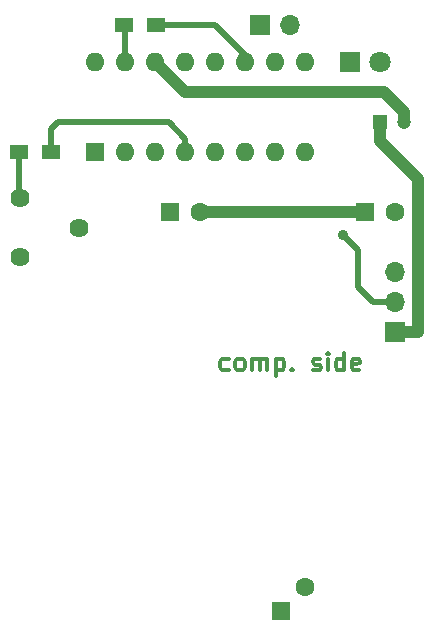
<source format=gbr>
G04 #@! TF.FileFunction,Copper,L1,Top,Signal*
%FSLAX46Y46*%
G04 Gerber Fmt 4.6, Leading zero omitted, Abs format (unit mm)*
G04 Created by KiCad (PCBNEW 4.0.5) date 04/25/17 13:40:11*
%MOMM*%
%LPD*%
G01*
G04 APERTURE LIST*
%ADD10C,0.100000*%
%ADD11C,0.300000*%
%ADD12R,1.600000X1.600000*%
%ADD13C,1.600000*%
%ADD14R,1.200000X1.200000*%
%ADD15C,1.200000*%
%ADD16R,1.800000X1.800000*%
%ADD17C,1.800000*%
%ADD18R,1.700000X1.700000*%
%ADD19O,1.700000X1.700000*%
%ADD20R,1.500000X1.300000*%
%ADD21C,1.620000*%
%ADD22O,1.600000X1.600000*%
%ADD23C,0.900000*%
%ADD24C,1.000000*%
%ADD25C,0.500000*%
G04 APERTURE END LIST*
D10*
D11*
X137025714Y-119987143D02*
X136882857Y-120058571D01*
X136597143Y-120058571D01*
X136454285Y-119987143D01*
X136382857Y-119915714D01*
X136311428Y-119772857D01*
X136311428Y-119344286D01*
X136382857Y-119201429D01*
X136454285Y-119130000D01*
X136597143Y-119058571D01*
X136882857Y-119058571D01*
X137025714Y-119130000D01*
X137882857Y-120058571D02*
X137739999Y-119987143D01*
X137668571Y-119915714D01*
X137597142Y-119772857D01*
X137597142Y-119344286D01*
X137668571Y-119201429D01*
X137739999Y-119130000D01*
X137882857Y-119058571D01*
X138097142Y-119058571D01*
X138239999Y-119130000D01*
X138311428Y-119201429D01*
X138382857Y-119344286D01*
X138382857Y-119772857D01*
X138311428Y-119915714D01*
X138239999Y-119987143D01*
X138097142Y-120058571D01*
X137882857Y-120058571D01*
X139025714Y-120058571D02*
X139025714Y-119058571D01*
X139025714Y-119201429D02*
X139097142Y-119130000D01*
X139240000Y-119058571D01*
X139454285Y-119058571D01*
X139597142Y-119130000D01*
X139668571Y-119272857D01*
X139668571Y-120058571D01*
X139668571Y-119272857D02*
X139740000Y-119130000D01*
X139882857Y-119058571D01*
X140097142Y-119058571D01*
X140240000Y-119130000D01*
X140311428Y-119272857D01*
X140311428Y-120058571D01*
X141025714Y-119058571D02*
X141025714Y-120558571D01*
X141025714Y-119130000D02*
X141168571Y-119058571D01*
X141454285Y-119058571D01*
X141597142Y-119130000D01*
X141668571Y-119201429D01*
X141740000Y-119344286D01*
X141740000Y-119772857D01*
X141668571Y-119915714D01*
X141597142Y-119987143D01*
X141454285Y-120058571D01*
X141168571Y-120058571D01*
X141025714Y-119987143D01*
X142382857Y-119915714D02*
X142454285Y-119987143D01*
X142382857Y-120058571D01*
X142311428Y-119987143D01*
X142382857Y-119915714D01*
X142382857Y-120058571D01*
X144168571Y-119987143D02*
X144311428Y-120058571D01*
X144597143Y-120058571D01*
X144740000Y-119987143D01*
X144811428Y-119844286D01*
X144811428Y-119772857D01*
X144740000Y-119630000D01*
X144597143Y-119558571D01*
X144382857Y-119558571D01*
X144240000Y-119487143D01*
X144168571Y-119344286D01*
X144168571Y-119272857D01*
X144240000Y-119130000D01*
X144382857Y-119058571D01*
X144597143Y-119058571D01*
X144740000Y-119130000D01*
X145454286Y-120058571D02*
X145454286Y-119058571D01*
X145454286Y-118558571D02*
X145382857Y-118630000D01*
X145454286Y-118701429D01*
X145525714Y-118630000D01*
X145454286Y-118558571D01*
X145454286Y-118701429D01*
X146811429Y-120058571D02*
X146811429Y-118558571D01*
X146811429Y-119987143D02*
X146668572Y-120058571D01*
X146382858Y-120058571D01*
X146240000Y-119987143D01*
X146168572Y-119915714D01*
X146097143Y-119772857D01*
X146097143Y-119344286D01*
X146168572Y-119201429D01*
X146240000Y-119130000D01*
X146382858Y-119058571D01*
X146668572Y-119058571D01*
X146811429Y-119130000D01*
X148097143Y-119987143D02*
X147954286Y-120058571D01*
X147668572Y-120058571D01*
X147525715Y-119987143D01*
X147454286Y-119844286D01*
X147454286Y-119272857D01*
X147525715Y-119130000D01*
X147668572Y-119058571D01*
X147954286Y-119058571D01*
X148097143Y-119130000D01*
X148168572Y-119272857D01*
X148168572Y-119415714D01*
X147454286Y-119558571D01*
D12*
X148590000Y-106680000D03*
D13*
X151090000Y-106680000D03*
D14*
X149860000Y-99060000D03*
D15*
X151860000Y-99060000D03*
D16*
X147320000Y-93980000D03*
D17*
X149860000Y-93980000D03*
D18*
X139700000Y-90805000D03*
D19*
X142240000Y-90805000D03*
D13*
X134620000Y-106680000D03*
D12*
X132080000Y-106680000D03*
D13*
X143510000Y-138430000D03*
D12*
X141478000Y-140462000D03*
D19*
X151130000Y-111760000D03*
D18*
X151130000Y-116840000D03*
D19*
X151130000Y-114300000D03*
D20*
X119300000Y-101600000D03*
X122000000Y-101600000D03*
X128190000Y-90805000D03*
X130890000Y-90805000D03*
D21*
X119380000Y-105490000D03*
X124380000Y-107990000D03*
X119380000Y-110490000D03*
D12*
X125730000Y-101600000D03*
D22*
X143510000Y-93980000D03*
X128270000Y-101600000D03*
X140970000Y-93980000D03*
X130810000Y-101600000D03*
X138430000Y-93980000D03*
X133350000Y-101600000D03*
X135890000Y-93980000D03*
X135890000Y-101600000D03*
X133350000Y-93980000D03*
X138430000Y-101600000D03*
X130810000Y-93980000D03*
X140970000Y-101600000D03*
X128270000Y-93980000D03*
X143510000Y-101600000D03*
X125730000Y-93980000D03*
D23*
X146685000Y-108585000D03*
D24*
X148590000Y-106680000D02*
X134620000Y-106680000D01*
X133350000Y-96520000D02*
X150168528Y-96520000D01*
X150168528Y-96520000D02*
X151860000Y-98211472D01*
X151860000Y-98211472D02*
X151860000Y-99060000D01*
X130810000Y-93980000D02*
X133350000Y-96520000D01*
X153035000Y-116785000D02*
X153035000Y-103835000D01*
X153035000Y-103835000D02*
X149860000Y-100660000D01*
X149860000Y-100660000D02*
X149860000Y-99060000D01*
X151130000Y-116840000D02*
X152980000Y-116840000D01*
X152980000Y-116840000D02*
X153035000Y-116785000D01*
D25*
X130890000Y-90805000D02*
X135890000Y-90805000D01*
X135890000Y-90805000D02*
X138430000Y-93345000D01*
X138430000Y-93345000D02*
X138430000Y-93980000D01*
X146685000Y-108585000D02*
X147955000Y-109855000D01*
X147955000Y-109855000D02*
X147955000Y-113030000D01*
X147955000Y-113030000D02*
X149225000Y-114300000D01*
X149225000Y-114300000D02*
X151130000Y-114300000D01*
X119300000Y-101600000D02*
X119300000Y-105410000D01*
X119300000Y-105410000D02*
X119380000Y-105490000D01*
X133350000Y-101600000D02*
X133350000Y-100468630D01*
X133350000Y-100468630D02*
X131941370Y-99060000D01*
X131941370Y-99060000D02*
X122555000Y-99060000D01*
X122555000Y-99060000D02*
X122000000Y-99615000D01*
X122000000Y-99615000D02*
X122000000Y-101600000D01*
X128270000Y-93980000D02*
X128270000Y-90885000D01*
X128270000Y-90885000D02*
X128190000Y-90805000D01*
M02*

</source>
